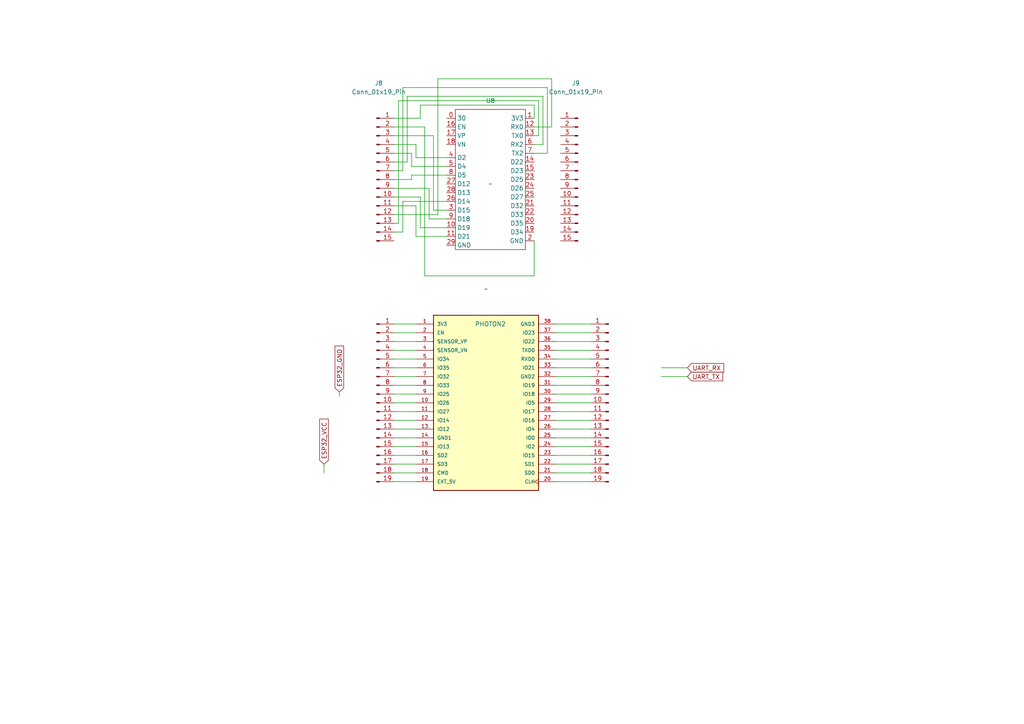
<source format=kicad_sch>
(kicad_sch (version 20230121) (generator eeschema)
  (paper "A4")
  (lib_symbols
    (symbol "Connector:Conn_01x15_Pin" (pin_names (offset 1.016) hide)
      (property "Reference" "J" (at 0 20.32 0))
      (property "Value" "Conn_01x15_Pin" (at 0 -20.32 0))
      (symbol "Conn_01x15_Pin_1_1"
        (polyline (pts (xy 1.27 -17.78) (xy 0.8636 -17.78)) (stroke (width 0.1524)))
        (polyline (pts (xy 1.27 -15.24) (xy 0.8636 -15.24)) (stroke (width 0.1524)))
        (polyline (pts (xy 1.27 -12.7) (xy 0.8636 -12.7)) (stroke (width 0.1524)))
        (polyline (pts (xy 1.27 -10.16) (xy 0.8636 -10.16)) (stroke (width 0.1524)))
        (polyline (pts (xy 1.27 -7.62) (xy 0.8636 -7.62)) (stroke (width 0.1524)))
        (polyline (pts (xy 1.27 -5.08) (xy 0.8636 -5.08)) (stroke (width 0.1524)))
        (polyline (pts (xy 1.27 -2.54) (xy 0.8636 -2.54)) (stroke (width 0.1524)))
        (polyline (pts (xy 1.27 0) (xy 0.8636 0)) (stroke (width 0.1524)))
        (polyline (pts (xy 1.27 2.54) (xy 0.8636 2.54)) (stroke (width 0.1524)))
        (polyline (pts (xy 1.27 5.08) (xy 0.8636 5.08)) (stroke (width 0.1524)))
        (polyline (pts (xy 1.27 7.62) (xy 0.8636 7.62)) (stroke (width 0.1524)))
        (polyline (pts (xy 1.27 10.16) (xy 0.8636 10.16)) (stroke (width 0.1524)))
        (polyline (pts (xy 1.27 12.7) (xy 0.8636 12.7)) (stroke (width 0.1524)))
        (polyline (pts (xy 1.27 15.24) (xy 0.8636 15.24)) (stroke (width 0.1524)))
        (polyline (pts (xy 1.27 17.78) (xy 0.8636 17.78)) (stroke (width 0.1524)))
        (rectangle (start 0.8636 -17.653) (end 0 -17.907) (stroke (width 0.1524)) (fill (type outline)))
        (rectangle (start 0.8636 -15.113) (end 0 -15.367) (stroke (width 0.1524)) (fill (type outline)))
        (rectangle (start 0.8636 -12.573) (end 0 -12.827) (stroke (width 0.1524)) (fill (type outline)))
        (rectangle (start 0.8636 -10.033) (end 0 -10.287) (stroke (width 0.1524)) (fill (type outline)))
        (rectangle (start 0.8636 -7.493) (end 0 -7.747) (stroke (width 0.1524)) (fill (type outline)))
        (rectangle (start 0.8636 -4.953) (end 0 -5.207) (stroke (width 0.1524)) (fill (type outline)))
        (rectangle (start 0.8636 -2.413) (end 0 -2.667) (stroke (width 0.1524)) (fill (type outline)))
        (rectangle (start 0.8636 0.127) (end 0 -0.127) (stroke (width 0.1524)) (fill (type outline)))
        (rectangle (start 0.8636 2.667) (end 0 2.413) (stroke (width 0.1524)) (fill (type outline)))
        (rectangle (start 0.8636 5.207) (end 0 4.953) (stroke (width 0.1524)) (fill (type outline)))
        (rectangle (start 0.8636 7.747) (end 0 7.493) (stroke (width 0.1524)) (fill (type outline)))
        (rectangle (start 0.8636 10.287) (end 0 10.033) (stroke (width 0.1524)) (fill (type outline)))
        (rectangle (start 0.8636 12.827) (end 0 12.573) (stroke (width 0.1524)) (fill (type outline)))
        (rectangle (start 0.8636 15.367) (end 0 15.113) (stroke (width 0.1524)) (fill (type outline)))
        (rectangle (start 0.8636 17.907) (end 0 17.653) (stroke (width 0.1524)) (fill (type outline)))
        (pin passive line (at 5.08 17.78 180) (length 3.81) (name "Pin_1") (number "1"))
        (pin passive line (at 5.08 -5.08 180) (length 3.81) (name "Pin_10") (number "10"))
        (pin passive line (at 5.08 -7.62 180) (length 3.81) (name "Pin_11") (number "11"))
        (pin passive line (at 5.08 -10.16 180) (length 3.81) (name "Pin_12") (number "12"))
        (pin passive line (at 5.08 -12.7 180) (length 3.81) (name "Pin_13") (number "13"))
        (pin passive line (at 5.08 -15.24 180) (length 3.81) (name "Pin_14") (number "14"))
        (pin passive line (at 5.08 -17.78 180) (length 3.81) (name "Pin_15") (number "15"))
        (pin passive line (at 5.08 15.24 180) (length 3.81) (name "Pin_2") (number "2"))
        (pin passive line (at 5.08 12.7 180) (length 3.81) (name "Pin_3") (number "3"))
        (pin passive line (at 5.08 10.16 180) (length 3.81) (name "Pin_4") (number "4"))
        (pin passive line (at 5.08 7.62 180) (length 3.81) (name "Pin_5") (number "5"))
        (pin passive line (at 5.08 5.08 180) (length 3.81) (name "Pin_6") (number "6"))
        (pin passive line (at 5.08 2.54 180) (length 3.81) (name "Pin_7") (number "7"))
        (pin passive line (at 5.08 0 180) (length 3.81) (name "Pin_8") (number "8"))
        (pin passive line (at 5.08 -2.54 180) (length 3.81) (name "Pin_9") (number "9"))
      )
    )
    (symbol "Connector:Conn_01x19_Pin" (pin_names (offset 1.016) hide)
      (property "Reference" "J" (at 0 25.4 0))
      (property "Value" "Conn_01x19_Pin" (at 0 -25.4 0))
      (symbol "Conn_01x19_Pin_1_1"
        (polyline (pts (xy 1.27 -22.86) (xy 0.8636 -22.86)) (stroke (width 0.1524)))
        (polyline (pts (xy 1.27 -20.32) (xy 0.8636 -20.32)) (stroke (width 0.1524)))
        (polyline (pts (xy 1.27 -17.78) (xy 0.8636 -17.78)) (stroke (width 0.1524)))
        (polyline (pts (xy 1.27 -15.24) (xy 0.8636 -15.24)) (stroke (width 0.1524)))
        (polyline (pts (xy 1.27 -12.7) (xy 0.8636 -12.7)) (stroke (width 0.1524)))
        (polyline (pts (xy 1.27 -10.16) (xy 0.8636 -10.16)) (stroke (width 0.1524)))
        (polyline (pts (xy 1.27 -7.62) (xy 0.8636 -7.62)) (stroke (width 0.1524)))
        (polyline (pts (xy 1.27 -5.08) (xy 0.8636 -5.08)) (stroke (width 0.1524)))
        (polyline (pts (xy 1.27 -2.54) (xy 0.8636 -2.54)) (stroke (width 0.1524)))
        (polyline (pts (xy 1.27 0) (xy 0.8636 0)) (stroke (width 0.1524)))
        (polyline (pts (xy 1.27 2.54) (xy 0.8636 2.54)) (stroke (width 0.1524)))
        (polyline (pts (xy 1.27 5.08) (xy 0.8636 5.08)) (stroke (width 0.1524)))
        (polyline (pts (xy 1.27 7.62) (xy 0.8636 7.62)) (stroke (width 0.1524)))
        (polyline (pts (xy 1.27 10.16) (xy 0.8636 10.16)) (stroke (width 0.1524)))
        (polyline (pts (xy 1.27 12.7) (xy 0.8636 12.7)) (stroke (width 0.1524)))
        (polyline (pts (xy 1.27 15.24) (xy 0.8636 15.24)) (stroke (width 0.1524)))
        (polyline (pts (xy 1.27 17.78) (xy 0.8636 17.78)) (stroke (width 0.1524)))
        (polyline (pts (xy 1.27 20.32) (xy 0.8636 20.32)) (stroke (width 0.1524)))
        (polyline (pts (xy 1.27 22.86) (xy 0.8636 22.86)) (stroke (width 0.1524)))
        (rectangle (start 0.8636 -22.733) (end 0 -22.987) (stroke (width 0.1524)) (fill (type outline)))
        (rectangle (start 0.8636 -20.193) (end 0 -20.447) (stroke (width 0.1524)) (fill (type outline)))
        (rectangle (start 0.8636 -17.653) (end 0 -17.907) (stroke (width 0.1524)) (fill (type outline)))
        (rectangle (start 0.8636 -15.113) (end 0 -15.367) (stroke (width 0.1524)) (fill (type outline)))
        (rectangle (start 0.8636 -12.573) (end 0 -12.827) (stroke (width 0.1524)) (fill (type outline)))
        (rectangle (start 0.8636 -10.033) (end 0 -10.287) (stroke (width 0.1524)) (fill (type outline)))
        (rectangle (start 0.8636 -7.493) (end 0 -7.747) (stroke (width 0.1524)) (fill (type outline)))
        (rectangle (start 0.8636 -4.953) (end 0 -5.207) (stroke (width 0.1524)) (fill (type outline)))
        (rectangle (start 0.8636 -2.413) (end 0 -2.667) (stroke (width 0.1524)) (fill (type outline)))
        (rectangle (start 0.8636 0.127) (end 0 -0.127) (stroke (width 0.1524)) (fill (type outline)))
        (rectangle (start 0.8636 2.667) (end 0 2.413) (stroke (width 0.1524)) (fill (type outline)))
        (rectangle (start 0.8636 5.207) (end 0 4.953) (stroke (width 0.1524)) (fill (type outline)))
        (rectangle (start 0.8636 7.747) (end 0 7.493) (stroke (width 0.1524)) (fill (type outline)))
        (rectangle (start 0.8636 10.287) (end 0 10.033) (stroke (width 0.1524)) (fill (type outline)))
        (rectangle (start 0.8636 12.827) (end 0 12.573) (stroke (width 0.1524)) (fill (type outline)))
        (rectangle (start 0.8636 15.367) (end 0 15.113) (stroke (width 0.1524)) (fill (type outline)))
        (rectangle (start 0.8636 17.907) (end 0 17.653) (stroke (width 0.1524)) (fill (type outline)))
        (rectangle (start 0.8636 20.447) (end 0 20.193) (stroke (width 0.1524)) (fill (type outline)))
        (rectangle (start 0.8636 22.987) (end 0 22.733) (stroke (width 0.1524)) (fill (type outline)))
        (pin passive line (at 5.08 22.86 180) (length 3.81) (name "Pin_1") (number "1"))
        (pin passive line (at 5.08 0 180) (length 3.81) (name "Pin_10") (number "10"))
        (pin passive line (at 5.08 -2.54 180) (length 3.81) (name "Pin_11") (number "11"))
        (pin passive line (at 5.08 -5.08 180) (length 3.81) (name "Pin_12") (number "12"))
        (pin passive line (at 5.08 -7.62 180) (length 3.81) (name "Pin_13") (number "13"))
        (pin passive line (at 5.08 -10.16 180) (length 3.81) (name "Pin_14") (number "14"))
        (pin passive line (at 5.08 -12.7 180) (length 3.81) (name "Pin_15") (number "15"))
        (pin passive line (at 5.08 -15.24 180) (length 3.81) (name "Pin_16") (number "16"))
        (pin passive line (at 5.08 -17.78 180) (length 3.81) (name "Pin_17") (number "17"))
        (pin passive line (at 5.08 -20.32 180) (length 3.81) (name "Pin_18") (number "18"))
        (pin passive line (at 5.08 -22.86 180) (length 3.81) (name "Pin_19") (number "19"))
        (pin passive line (at 5.08 20.32 180) (length 3.81) (name "Pin_2") (number "2"))
        (pin passive line (at 5.08 17.78 180) (length 3.81) (name "Pin_3") (number "3"))
        (pin passive line (at 5.08 15.24 180) (length 3.81) (name "Pin_4") (number "4"))
        (pin passive line (at 5.08 12.7 180) (length 3.81) (name "Pin_5") (number "5"))
        (pin passive line (at 5.08 10.16 180) (length 3.81) (name "Pin_6") (number "6"))
        (pin passive line (at 5.08 7.62 180) (length 3.81) (name "Pin_7") (number "7"))
        (pin passive line (at 5.08 5.08 180) (length 3.81) (name "Pin_8") (number "8"))
        (pin passive line (at 5.08 2.54 180) (length 3.81) (name "Pin_9") (number "9"))
      )
    )
    (symbol "JP_Library:ESP32-DEVKITC-32U" (pin_names (offset 1.016))
      (property "Reference" "U" (at -15.2572 26.0643 0))
      (property "Value" "ESP32-DEVKITC-32U" (at -15.2563 -27.9698 0))
      (symbol "ESP32-DEVKITC-32U_0_0"
        (rectangle (start -15.24 -25.4) (end 15.24 25.4) (stroke (width 0.254)) (fill (type background)))
        (pin power_in line (at -20.32 22.86 0) (length 5.08) (name "3V3") (number "1"))
        (pin bidirectional line (at -20.32 0 0) (length 5.08) (name "IO26") (number "10"))
        (pin bidirectional line (at -20.32 -2.54 0) (length 5.08) (name "IO27") (number "11"))
        (pin bidirectional line (at -20.32 -5.08 0) (length 5.08) (name "IO14") (number "12"))
        (pin bidirectional line (at -20.32 -7.62 0) (length 5.08) (name "IO12") (number "13"))
        (pin power_in line (at -20.32 -10.16 0) (length 5.08) (name "GND1") (number "14"))
        (pin bidirectional line (at -20.32 -12.7 0) (length 5.08) (name "IO13") (number "15"))
        (pin bidirectional line (at -20.32 -15.24 0) (length 5.08) (name "SD2") (number "16"))
        (pin bidirectional line (at -20.32 -17.78 0) (length 5.08) (name "SD3") (number "17"))
        (pin bidirectional line (at -20.32 -20.32 0) (length 5.08) (name "CMD") (number "18"))
        (pin power_in line (at -20.32 -22.86 0) (length 5.08) (name "EXT_5V") (number "19"))
        (pin input line (at -20.32 20.32 0) (length 5.08) (name "EN") (number "2"))
        (pin input clock (at 20.32 -22.86 180) (length 5.08) (name "CLK") (number "20"))
        (pin bidirectional line (at 20.32 -20.32 180) (length 5.08) (name "SD0") (number "21"))
        (pin bidirectional line (at 20.32 -17.78 180) (length 5.08) (name "SD1") (number "22"))
        (pin bidirectional line (at 20.32 -15.24 180) (length 5.08) (name "IO15") (number "23"))
        (pin bidirectional line (at 20.32 -12.7 180) (length 5.08) (name "IO2") (number "24"))
        (pin bidirectional line (at 20.32 -10.16 180) (length 5.08) (name "IO0") (number "25"))
        (pin bidirectional line (at 20.32 -7.62 180) (length 5.08) (name "IO4") (number "26"))
        (pin bidirectional line (at 20.32 -5.08 180) (length 5.08) (name "IO16") (number "27"))
        (pin bidirectional line (at 20.32 -2.54 180) (length 5.08) (name "IO17") (number "28"))
        (pin bidirectional line (at 20.32 0 180) (length 5.08) (name "IO5") (number "29"))
        (pin input line (at -20.32 17.78 0) (length 5.08) (name "SENSOR_VP") (number "3"))
        (pin bidirectional line (at 20.32 2.54 180) (length 5.08) (name "IO18") (number "30"))
        (pin bidirectional line (at 20.32 5.08 180) (length 5.08) (name "IO19") (number "31"))
        (pin power_in line (at 20.32 7.62 180) (length 5.08) (name "GND2") (number "32"))
        (pin bidirectional line (at 20.32 10.16 180) (length 5.08) (name "IO21") (number "33"))
        (pin input line (at 20.32 12.7 180) (length 5.08) (name "RXD0") (number "34"))
        (pin output line (at 20.32 15.24 180) (length 5.08) (name "TXD0") (number "35"))
        (pin bidirectional line (at 20.32 17.78 180) (length 5.08) (name "IO22") (number "36"))
        (pin bidirectional line (at 20.32 20.32 180) (length 5.08) (name "IO23") (number "37"))
        (pin power_in line (at 20.32 22.86 180) (length 5.08) (name "GND3") (number "38"))
        (pin input line (at -20.32 15.24 0) (length 5.08) (name "SENSOR_VN") (number "4"))
        (pin bidirectional line (at -20.32 12.7 0) (length 5.08) (name "IO34") (number "5"))
        (pin bidirectional line (at -20.32 10.16 0) (length 5.08) (name "IO35") (number "6"))
        (pin bidirectional line (at -20.32 7.62 0) (length 5.08) (name "IO32") (number "7"))
        (pin bidirectional line (at -20.32 5.08 0) (length 5.08) (name "IO33") (number "8"))
        (pin bidirectional line (at -20.32 2.54 0) (length 5.08) (name "IO25") (number "9"))
      )
    )
    (symbol "JP_Library:ESP32_DEVKIT_V1_DOIT"
      (property "Reference" "U" (at 0 0 0))
      (symbol "ESP32_DEVKIT_V1_DOIT_0_1"
        (rectangle (start -10.16 21.59) (end 10.16 -19.05))
      )
      (symbol "ESP32_DEVKIT_V1_DOIT_1_1"
        (pin input line (at -12.7 19.05 0) (length 2.54) (name "30") (number "0"))
        (pin input line (at 12.7 19.05 180) (length 2.54) (name "3V3") (number "1"))
        (pin input line (at -12.7 -12.7 0) (length 2.54) (name "D19") (number "10"))
        (pin input line (at -12.7 -15.24 0) (length 2.54) (name "D21") (number "11"))
        (pin input line (at 12.7 16.51 180) (length 2.54) (name "RX0") (number "12"))
        (pin input line (at 12.7 13.97 180) (length 2.54) (name "TX0") (number "13"))
        (pin input line (at 12.7 6.35 180) (length 2.54) (name "D22") (number "14"))
        (pin input line (at 12.7 3.81 180) (length 2.54) (name "D23") (number "15"))
        (pin input line (at -12.7 16.51 0) (length 2.54) (name "EN") (number "16"))
        (pin input line (at -12.7 13.97 0) (length 2.54) (name "VP") (number "17"))
        (pin input line (at -12.7 11.43 0) (length 2.54) (name "VN") (number "18"))
        (pin input line (at 12.7 -13.97 180) (length 2.54) (name "D34") (number "19"))
        (pin input line (at 12.7 -16.51 180) (length 2.54) (name "GND") (number "2"))
        (pin input line (at 12.7 -11.43 180) (length 2.54) (name "D35") (number "20"))
        (pin input line (at 12.7 -6.35 180) (length 2.54) (name "D32") (number "21"))
        (pin input line (at 12.7 -8.89 180) (length 2.54) (name "D33") (number "22"))
        (pin input line (at 12.7 1.27 180) (length 2.54) (name "D25") (number "23"))
        (pin input line (at 12.7 -1.27 180) (length 2.54) (name "D26") (number "24"))
        (pin input line (at 12.7 -3.81 180) (length 2.54) (name "D27") (number "25"))
        (pin input line (at -12.7 -5.08 0) (length 2.54) (name "D14") (number "26"))
        (pin input line (at -12.7 0 0) (length 2.54) (name "D12") (number "27"))
        (pin input line (at -12.7 -2.54 0) (length 2.54) (name "D13") (number "28"))
        (pin input line (at -12.7 -17.78 0) (length 2.54) (name "GND") (number "29"))
        (pin input line (at -12.7 -7.62 0) (length 2.54) (name "D15") (number "3"))
        (pin input line (at -12.7 7.62 0) (length 2.54) (name "D2") (number "4"))
        (pin input line (at -12.7 5.08 0) (length 2.54) (name "D4") (number "5"))
        (pin input line (at 12.7 11.43 180) (length 2.54) (name "RX2") (number "6"))
        (pin input line (at 12.7 8.89 180) (length 2.54) (name "TX2") (number "7"))
        (pin input line (at -12.7 2.54 0) (length 2.54) (name "D5") (number "8"))
        (pin input line (at -12.7 -10.16 0) (length 2.54) (name "D18") (number "9"))
      )
    )
  )
  (wire (pts (xy 154.94 34.29) (xy 154.94 30.48)))
  (wire (pts (xy 157.48 41.91) (xy 157.48 27.94)))
  (wire (pts (xy 161.29 129.54) (xy 171.45 129.54)))
  (wire (pts (xy 158.75 25.4) (xy 158.75 44.45)))
  (wire (pts (xy 160.02 36.83) (xy 154.94 36.83)))
  (wire (pts (xy 114.3 101.6) (xy 120.65 101.6)))
  (wire (pts (xy 114.3 104.14) (xy 120.65 104.14)))
  (wire (pts (xy 98.425 113.665) (xy 98.425 114.935)))
  (wire (pts (xy 161.29 132.08) (xy 171.45 132.08)))
  (wire (pts (xy 114.3 52.07) (xy 119.38 52.07)))
  (wire (pts (xy 191.77 106.68) (xy 199.39 106.68)))
  (wire (pts (xy 161.29 111.76) (xy 171.45 111.76)))
  (wire (pts (xy 161.29 121.92) (xy 171.45 121.92)))
  (wire (pts (xy 127 62.23) (xy 127 22.86)))
  (wire (pts (xy 161.29 109.22) (xy 171.45 109.22)))
  (wire (pts (xy 114.3 124.46) (xy 120.65 124.46)))
  (wire (pts (xy 114.3 59.69) (xy 120.65 59.69)))
  (wire (pts (xy 116.84 25.4) (xy 158.75 25.4)))
  (wire (pts (xy 114.3 134.62) (xy 120.65 134.62)))
  (wire (pts (xy 114.3 132.08) (xy 120.65 132.08)))
  (wire (pts (xy 154.94 80.01) (xy 154.94 69.85)))
  (wire (pts (xy 114.3 121.92) (xy 120.65 121.92)))
  (wire (pts (xy 124.46 63.5) (xy 124.46 54.61)))
  (wire (pts (xy 161.29 99.06) (xy 171.45 99.06)))
  (wire (pts (xy 118.11 27.94) (xy 157.48 27.94)))
  (wire (pts (xy 114.3 99.06) (xy 120.65 99.06)))
  (wire (pts (xy 160.02 22.86) (xy 160.02 36.83)))
  (wire (pts (xy 161.29 114.3) (xy 171.45 114.3)))
  (wire (pts (xy 161.29 101.6) (xy 171.45 101.6)))
  (wire (pts (xy 125.73 60.96) (xy 125.73 39.37)))
  (wire (pts (xy 118.11 46.99) (xy 114.3 46.99)))
  (wire (pts (xy 121.92 57.15) (xy 114.3 57.15)))
  (wire (pts (xy 120.65 68.58) (xy 120.65 59.69)))
  (wire (pts (xy 116.84 58.42) (xy 116.84 67.31)))
  (wire (pts (xy 123.19 36.83) (xy 114.3 36.83)))
  (wire (pts (xy 161.29 119.38) (xy 171.45 119.38)))
  (wire (pts (xy 114.3 116.84) (xy 120.65 116.84)))
  (wire (pts (xy 120.65 45.72) (xy 120.65 41.91)))
  (wire (pts (xy 161.29 106.68) (xy 171.45 106.68)))
  (wire (pts (xy 161.29 139.7) (xy 171.45 139.7)))
  (wire (pts (xy 116.84 67.31) (xy 114.3 67.31)))
  (wire (pts (xy 129.54 60.96) (xy 125.73 60.96)))
  (wire (pts (xy 125.73 39.37) (xy 114.3 39.37)))
  (wire (pts (xy 115.57 29.21) (xy 115.57 64.77)))
  (wire (pts (xy 118.11 27.94) (xy 118.11 46.99)))
  (wire (pts (xy 161.29 96.52) (xy 171.45 96.52)))
  (wire (pts (xy 154.94 44.45) (xy 158.75 44.45)))
  (wire (pts (xy 114.3 106.68) (xy 120.65 106.68)))
  (wire (pts (xy 93.98 134.62) (xy 93.98 137.16)))
  (wire (pts (xy 121.92 30.48) (xy 121.92 34.29)))
  (wire (pts (xy 114.3 49.53) (xy 116.84 49.53)))
  (wire (pts (xy 114.3 62.23) (xy 127 62.23)))
  (wire (pts (xy 114.3 111.76) (xy 120.65 111.76)))
  (wire (pts (xy 191.77 109.22) (xy 199.39 109.22)))
  (wire (pts (xy 129.54 45.72) (xy 120.65 45.72)))
  (wire (pts (xy 119.38 50.8) (xy 129.54 50.8)))
  (wire (pts (xy 121.92 34.29) (xy 114.3 34.29)))
  (wire (pts (xy 119.38 48.26) (xy 119.38 44.45)))
  (wire (pts (xy 156.21 29.21) (xy 115.57 29.21)))
  (wire (pts (xy 114.3 137.16) (xy 120.65 137.16)))
  (wire (pts (xy 114.3 119.38) (xy 120.65 119.38)))
  (wire (pts (xy 129.54 63.5) (xy 124.46 63.5)))
  (wire (pts (xy 129.54 48.26) (xy 119.38 48.26)))
  (wire (pts (xy 123.19 80.01) (xy 123.19 36.83)))
  (wire (pts (xy 154.94 41.91) (xy 157.48 41.91)))
  (wire (pts (xy 129.54 58.42) (xy 116.84 58.42)))
  (wire (pts (xy 114.3 96.52) (xy 120.65 96.52)))
  (wire (pts (xy 127 22.86) (xy 160.02 22.86)))
  (wire (pts (xy 161.29 116.84) (xy 171.45 116.84)))
  (wire (pts (xy 119.38 52.07) (xy 119.38 50.8)))
  (wire (pts (xy 115.57 64.77) (xy 114.3 64.77)))
  (wire (pts (xy 121.92 66.04) (xy 121.92 57.15)))
  (wire (pts (xy 161.29 93.98) (xy 171.45 93.98)))
  (wire (pts (xy 129.54 68.58) (xy 120.65 68.58)))
  (wire (pts (xy 114.3 93.98) (xy 120.65 93.98)))
  (wire (pts (xy 161.29 134.62) (xy 171.45 134.62)))
  (wire (pts (xy 116.84 49.53) (xy 116.84 25.4)))
  (wire (pts (xy 114.3 139.7) (xy 120.65 139.7)))
  (wire (pts (xy 114.3 109.22) (xy 120.65 109.22)))
  (wire (pts (xy 161.29 137.16) (xy 171.45 137.16)))
  (wire (pts (xy 156.21 39.37) (xy 156.21 29.21)))
  (wire (pts (xy 154.94 30.48) (xy 121.92 30.48)))
  (wire (pts (xy 154.94 39.37) (xy 156.21 39.37)))
  (wire (pts (xy 161.29 104.14) (xy 171.45 104.14)))
  (wire (pts (xy 129.54 66.04) (xy 121.92 66.04)))
  (wire (pts (xy 114.3 127) (xy 120.65 127)))
  (wire (pts (xy 114.3 114.3) (xy 120.65 114.3)))
  (wire (pts (xy 119.38 44.45) (xy 114.3 44.45)))
  (wire (pts (xy 161.29 124.46) (xy 171.45 124.46)))
  (wire (pts (xy 114.3 129.54) (xy 120.65 129.54)))
  (wire (pts (xy 120.65 41.91) (xy 114.3 41.91)))
  (wire (pts (xy 154.94 80.01) (xy 123.19 80.01)))
  (wire (pts (xy 124.46 54.61) (xy 114.3 54.61)))
  (wire (pts (xy 161.29 127) (xy 171.45 127)))
  (global_label "UART_RX" (shape input) (at 199.39 106.68 0) (property "Intersheetrefs" "${INTERSHEET_REFS}" (effects hide)))
  (global_label "ESP32_VCC" (shape input) (at 93.98 134.62 90) (property "Intersheetrefs" "${INTERSHEET_REFS}" (effects hide)))
  (global_label "UART_TX" (shape input) (at 199.39 109.22 0) (property "Intersheetrefs" "${INTERSHEET_REFS}" (effects hide)))
  (global_label "ESP32_GND" (shape input) (at 98.425 113.665 90) (property "Intersheetrefs" "${INTERSHEET_REFS}" (effects hide)))
  (symbol (lib_id "JP_Library:ESP32_DEVKIT_V1_DOIT") (at 142.24 53.34 0) (unit 1)
    (property "Reference" "U8" (at 142.24 29.21 0))
    (property "Value" "~" (at 142.24 53.34 0))
  )
  (symbol (lib_id "JP_Library:ESP32-DEVKITC-32U") (at 140.97 116.84 0) (unit 1)
    (property "Reference" "PHOTON2" (at 142.24 93.98 0))
    (property "Value" "~" (at 140.97 83.82 0))
    (property "Footprint" "JP_Library:MODULE_ESP32-DEVKITC-32U" (effects hide))
    (property "Datasheet" "https://www.espressif.com/sites/default/files/documentation/esp32-wroom-32_datasheet_en.pdf" (effects hide))
    (property "MF" "Espressif Systems" (effects hide))
    (property "Description" "\nESP32-WROOM-32UE series Transceiver; 802.11 b/g/n (Wi-Fi, WiFi, WLAN), Bluetooth® Smart Ready 4.x Dual Mode Evaluation Board\n" (effects hide))
    (property "Package" "CUSTOM-38 ESPRESSIF" (effects hide))
    (property "Price" "None" (effects hide))
    (property "Check_prices" "https://www.snapeda.com/parts/ESP32-DEVKITC-32U/Espressif+Systems/view-part/?ref=eda" (effects hide))
    (property "STANDARD" "Manufacturer Recommendations" (effects hide))
    (property "PARTREV" "N/A" (effects hide))
    (property "SnapEDA_Link" "https://www.snapeda.com/parts/ESP32-DEVKITC-32U/Espressif+Systems/view-part/?ref=snap" (effects hide))
    (property "MP" "ESP32-DEVKITC-32U" (effects hide))
    (property "Purchase-URL" "https://www.snapeda.com/api/url_track_click_mouser/?unipart_id=2781909&manufacturer=Espressif Systems&part_name=ESP32-DEVKITC-32U&search_term=esp32 dev kit" (effects hide))
    (property "Availability" "In Stock" (effects hide))
    (property "MANUFACTURER" "ESPRESSIF" (effects hide))
    (instances (project "MaisonEtape1" (path "" (reference "PHOTON2") (unit 1)) (path "" (reference "ESP32") (unit 1))))
  )
  (symbol (lib_id "Connector:Conn_01x19_Pin") (at 109.22 116.84 0) (unit 1)
    (property "Reference" "J7" (effects hide))
    (property "Value" "Conn_01x19_Pin" (effects hide))
    (property "Footprint" "Connector_PinHeader_2.54mm:PinHeader_1x19_P2.54mm_Vertical" (effects hide))
  )
  (symbol (lib_id "Connector:Conn_01x15_Pin") (at 167.64 52.07 0) (mirror y) (unit 1)
    (property "Reference" "J9" (at 167.005 24.13 0))
    (property "Value" "Conn_01x19_Pin" (at 167.005 26.67 0))
  )
  (symbol (lib_id "Connector:Conn_01x15_Pin") (at 109.22 52.07 0) (unit 1)
    (property "Reference" "J8" (at 109.855 24.13 0))
    (property "Value" "Conn_01x19_Pin" (at 109.855 26.67 0))
  )
  (symbol (lib_id "Connector:Conn_01x19_Pin") (at 176.53 116.84 0) (mirror y) (unit 1)
    (property "Reference" "J6" (effects hide))
    (property "Value" "Conn_01x19_Pin" (effects hide))
    (property "Footprint" "Connector_PinHeader_2.54mm:PinHeader_1x19_P2.54mm_Vertical" (effects hide))
  )
)
</source>
